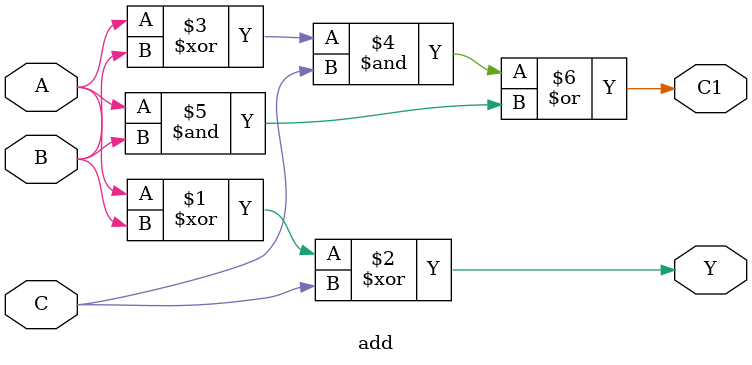
<source format=v>
`timescale 1ns / 1ps
module add(
    input   A,
    input   B,
    input   C,
    output  Y,
    output  C1
    );
    
    assign Y=A^B^C;
    assign C1=(A^B)&C|A&B;
    
endmodule

</source>
